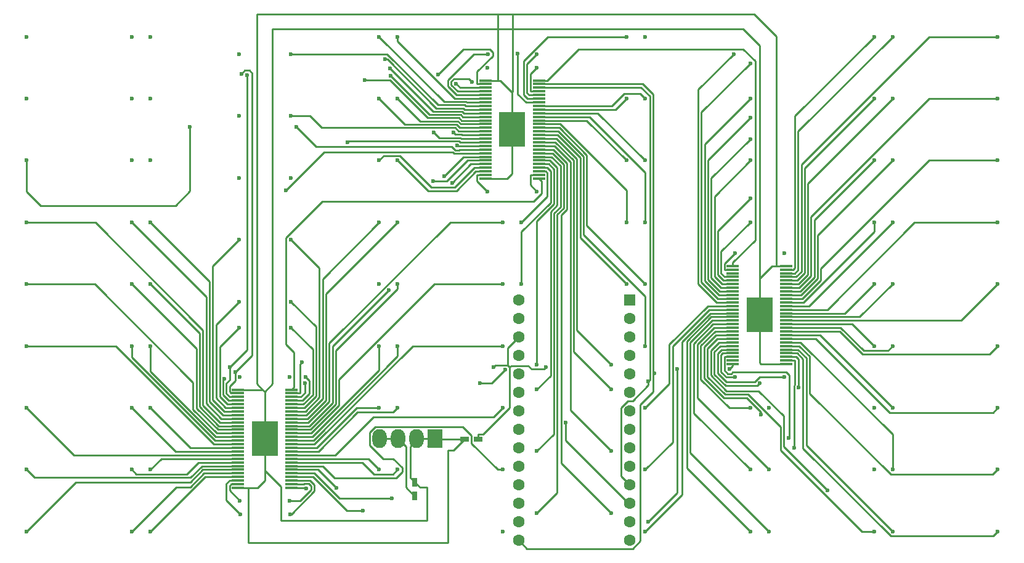
<source format=gbr>
G04 #@! TF.FileFunction,Copper,L2,Bot,Signal*
%FSLAX46Y46*%
G04 Gerber Fmt 4.6, Leading zero omitted, Abs format (unit mm)*
G04 Created by KiCad (PCBNEW 4.0.7-e1-6374~58~ubuntu16.04.1) date Wed Aug 30 16:43:39 2017*
%MOMM*%
%LPD*%
G01*
G04 APERTURE LIST*
%ADD10C,0.100000*%
%ADD11R,1.676400X0.304800*%
%ADD12R,3.610000X4.700001*%
%ADD13R,0.750000X1.200000*%
%ADD14R,1.200000X0.750000*%
%ADD15R,2.000000X2.600000*%
%ADD16O,2.000000X2.600000*%
%ADD17C,1.600000*%
%ADD18R,1.600000X1.600000*%
%ADD19C,0.600000*%
%ADD20C,0.250000*%
G04 APERTURE END LIST*
D10*
D11*
X71620300Y65699986D03*
X71620300Y65199988D03*
X71620300Y64699988D03*
X71620300Y64199990D03*
X71620300Y63699990D03*
X71620300Y63199991D03*
X71620300Y62699992D03*
X71620300Y62199994D03*
X71620300Y61699994D03*
X71620300Y61199996D03*
X71620300Y60699996D03*
X71620300Y60199997D03*
X71620300Y59699998D03*
X71620300Y59200000D03*
X71620300Y58700000D03*
X71620300Y58200002D03*
X71620300Y57700003D03*
X71620300Y57200004D03*
X71620300Y56700004D03*
X71620300Y56200006D03*
X71620300Y55700006D03*
X71620300Y55200008D03*
X71620300Y54700009D03*
X71620300Y54200010D03*
X71620300Y53700010D03*
X71620300Y53200012D03*
X71620300Y52700012D03*
X71620300Y52200014D03*
X64279700Y52200014D03*
X64279700Y52700012D03*
X64279700Y53200012D03*
X64279700Y53700010D03*
X64279700Y54200010D03*
X64279700Y54700009D03*
X64279700Y55200008D03*
X64279700Y55700006D03*
X64279700Y56200006D03*
X64279700Y56700004D03*
X64279700Y57200004D03*
X64279700Y57700003D03*
X64279700Y58200002D03*
X64279700Y58700000D03*
X64279700Y59200000D03*
X64279700Y59699998D03*
X64279700Y60199997D03*
X64279700Y60699996D03*
X64279700Y61199996D03*
X64279700Y61699994D03*
X64279700Y62199994D03*
X64279700Y62699992D03*
X64279700Y63199991D03*
X64279700Y63699990D03*
X64279700Y64199990D03*
X64279700Y64699988D03*
X64279700Y65199988D03*
X64279700Y65699986D03*
D12*
X67950000Y58950000D03*
D13*
X54578000Y8561000D03*
X54578000Y10461000D03*
D14*
X63275000Y16369000D03*
X61375000Y16369000D03*
D11*
X98279700Y26700014D03*
X98279700Y27200012D03*
X98279700Y27700012D03*
X98279700Y28200010D03*
X98279700Y28700010D03*
X98279700Y29200009D03*
X98279700Y29700008D03*
X98279700Y30200006D03*
X98279700Y30700006D03*
X98279700Y31200004D03*
X98279700Y31700004D03*
X98279700Y32200003D03*
X98279700Y32700002D03*
X98279700Y33200000D03*
X98279700Y33700000D03*
X98279700Y34199998D03*
X98279700Y34699997D03*
X98279700Y35199996D03*
X98279700Y35699996D03*
X98279700Y36199994D03*
X98279700Y36699994D03*
X98279700Y37199992D03*
X98279700Y37699991D03*
X98279700Y38199990D03*
X98279700Y38699990D03*
X98279700Y39199988D03*
X98279700Y39699988D03*
X98279700Y40199986D03*
X105620300Y40199986D03*
X105620300Y39699988D03*
X105620300Y39199988D03*
X105620300Y38699990D03*
X105620300Y38199990D03*
X105620300Y37699991D03*
X105620300Y37199992D03*
X105620300Y36699994D03*
X105620300Y36199994D03*
X105620300Y35699996D03*
X105620300Y35199996D03*
X105620300Y34699997D03*
X105620300Y34199998D03*
X105620300Y33700000D03*
X105620300Y33200000D03*
X105620300Y32700002D03*
X105620300Y32200003D03*
X105620300Y31700004D03*
X105620300Y31200004D03*
X105620300Y30700006D03*
X105620300Y30200006D03*
X105620300Y29700008D03*
X105620300Y29200009D03*
X105620300Y28700010D03*
X105620300Y28200010D03*
X105620300Y27700012D03*
X105620300Y27200012D03*
X105620300Y26700014D03*
D12*
X101950000Y33450000D03*
D11*
X37620300Y23199986D03*
X37620300Y22699988D03*
X37620300Y22199988D03*
X37620300Y21699990D03*
X37620300Y21199990D03*
X37620300Y20699991D03*
X37620300Y20199992D03*
X37620300Y19699994D03*
X37620300Y19199994D03*
X37620300Y18699996D03*
X37620300Y18199996D03*
X37620300Y17699997D03*
X37620300Y17199998D03*
X37620300Y16700000D03*
X37620300Y16200000D03*
X37620300Y15700002D03*
X37620300Y15200003D03*
X37620300Y14700004D03*
X37620300Y14200004D03*
X37620300Y13700006D03*
X37620300Y13200006D03*
X37620300Y12700008D03*
X37620300Y12200009D03*
X37620300Y11700010D03*
X37620300Y11200010D03*
X37620300Y10700012D03*
X37620300Y10200012D03*
X37620300Y9700014D03*
X30279700Y9700014D03*
X30279700Y10200012D03*
X30279700Y10700012D03*
X30279700Y11200010D03*
X30279700Y11700010D03*
X30279700Y12200009D03*
X30279700Y12700008D03*
X30279700Y13200006D03*
X30279700Y13700006D03*
X30279700Y14200004D03*
X30279700Y14700004D03*
X30279700Y15200003D03*
X30279700Y15700002D03*
X30279700Y16200000D03*
X30279700Y16700000D03*
X30279700Y17199998D03*
X30279700Y17699997D03*
X30279700Y18199996D03*
X30279700Y18699996D03*
X30279700Y19199994D03*
X30279700Y19699994D03*
X30279700Y20199992D03*
X30279700Y20699991D03*
X30279700Y21199990D03*
X30279700Y21699990D03*
X30279700Y22199988D03*
X30279700Y22699988D03*
X30279700Y23199986D03*
D12*
X33950000Y16450000D03*
D15*
X57325000Y16450000D03*
D16*
X54785000Y16450000D03*
X52245000Y16450000D03*
X49705000Y16450000D03*
D17*
X68830000Y2490000D03*
X84070000Y2490000D03*
X68830000Y5030000D03*
X68830000Y7570000D03*
X68830000Y10110000D03*
X68830000Y12650000D03*
X68830000Y15190000D03*
X68830000Y17730000D03*
X68830000Y20270000D03*
X68830000Y22810000D03*
X68830000Y25350000D03*
X68830000Y27890000D03*
X68830000Y30430000D03*
X68830000Y32970000D03*
X68830000Y35510000D03*
X84070000Y5030000D03*
X84070000Y7570000D03*
X84070000Y10110000D03*
X84070000Y12650000D03*
X84070000Y15190000D03*
X84070000Y17730000D03*
X84070000Y20270000D03*
X84070000Y22810000D03*
X84070000Y25350000D03*
X84070000Y27890000D03*
X84070000Y30430000D03*
X84070000Y32970000D03*
D18*
X84070000Y35510000D03*
D19*
X101950000Y33450000D03*
X101100000Y33450000D03*
X101950000Y34300000D03*
X101100000Y34300000D03*
X101950000Y32600000D03*
X101100000Y32600000D03*
X102800000Y32600000D03*
X102800000Y33450000D03*
X102800000Y34300000D03*
X67950000Y58100000D03*
X68800000Y58100000D03*
X67100000Y58100000D03*
X67100000Y58950000D03*
X67950000Y58950000D03*
X67950000Y59800000D03*
X67100000Y59800000D03*
X68800000Y59800000D03*
X68800000Y58950000D03*
X33950000Y17300000D03*
X34800000Y17300000D03*
X33100000Y17300000D03*
X34800000Y15600000D03*
X33100000Y15600000D03*
X33950000Y16450000D03*
X33950000Y15600000D03*
X33100000Y16450000D03*
X34800000Y16450000D03*
X29127100Y26274400D03*
X65405800Y26274400D03*
X60254700Y65275700D03*
X31543000Y66419800D03*
X72581700Y26298700D03*
X107292700Y23462600D03*
X1225000Y71700000D03*
X47727600Y65716800D03*
X1225000Y63200000D03*
X60378500Y56751000D03*
X23669500Y59300400D03*
X38283200Y59300400D03*
X1225000Y54700000D03*
X1225000Y46200000D03*
X1225000Y37700000D03*
X1225000Y29200000D03*
X1225000Y20700000D03*
X1225000Y12200000D03*
X1225000Y3700000D03*
X15675000Y71700000D03*
X51225000Y66376400D03*
X15675000Y63200000D03*
X45324600Y57233400D03*
X15675000Y54700000D03*
X36861300Y50584000D03*
X15675000Y46200000D03*
X15675000Y37700000D03*
X15675000Y29200000D03*
X15675000Y20700000D03*
X15675000Y12200000D03*
X15675000Y3700000D03*
X18225000Y71700000D03*
X51196700Y67337700D03*
X18225000Y63200000D03*
X57189400Y58545100D03*
X18225000Y54700000D03*
X58591600Y52520100D03*
X18225000Y46200000D03*
X18225000Y37700000D03*
X18225000Y29200000D03*
X18225000Y20700000D03*
X18225000Y12200000D03*
X18225000Y3700000D03*
X30448000Y69328000D03*
X50518300Y68629400D03*
X30448000Y60819000D03*
X59863900Y58566100D03*
X30448000Y52310000D03*
X57065600Y51850000D03*
X30448000Y43801000D03*
X30448000Y35292000D03*
X30448000Y31736000D03*
X30550000Y24950000D03*
X28403000Y24722900D03*
X30550000Y7950000D03*
X30575000Y6082000D03*
X37560000Y69328000D03*
X37560000Y60819000D03*
X37560000Y52310000D03*
X59726700Y51646600D03*
X37560000Y43801000D03*
X37560000Y35292000D03*
X37560000Y31736000D03*
X37350000Y24950000D03*
X39577200Y24948200D03*
X37350000Y7950000D03*
X37433000Y6082000D03*
X49675000Y71700000D03*
X49675000Y63200000D03*
X49675000Y54700000D03*
X49675000Y46200000D03*
X49675000Y37700000D03*
X51030300Y36918600D03*
X49675000Y29200000D03*
X49675000Y20700000D03*
X49675000Y12200000D03*
X47466000Y6590000D03*
X52225000Y71700000D03*
X52225000Y63200000D03*
X52225000Y54700000D03*
X52225000Y46200000D03*
X52225000Y37700000D03*
X52225000Y29200000D03*
X52225000Y20700000D03*
X52225000Y12200000D03*
X51403000Y8241000D03*
X64611000Y69328000D03*
X64550000Y67450000D03*
X62466000Y65455100D03*
X64550000Y50450000D03*
X66675000Y46200000D03*
X66675000Y37700000D03*
X66675000Y29200000D03*
X66675000Y20700000D03*
X66675000Y12200000D03*
X66675000Y3700000D03*
X43829700Y9657500D03*
X71342000Y69328000D03*
X71350000Y67450000D03*
X71350000Y50450000D03*
X69225000Y46200000D03*
X69225000Y37700000D03*
X71350000Y26650000D03*
X71350000Y23250000D03*
X71350000Y14750000D03*
X71350000Y6250000D03*
X83675000Y71700000D03*
X83675000Y63200000D03*
X83675000Y54700000D03*
X83675000Y46200000D03*
X83675000Y37700000D03*
X81550000Y26650000D03*
X81550000Y23250000D03*
X81550000Y14750000D03*
X81550000Y6250000D03*
X86225000Y71700000D03*
X68735400Y69383200D03*
X86225000Y63200000D03*
X86225000Y54700000D03*
X86225000Y46200000D03*
X86225000Y37700000D03*
X86225000Y29200000D03*
X86225000Y20700000D03*
X86225000Y12200000D03*
X86225000Y3700000D03*
X98393000Y69328000D03*
X100675000Y63200000D03*
X100675000Y54700000D03*
X100675000Y46200000D03*
X98550000Y41950000D03*
X98550000Y24950000D03*
X100675000Y20700000D03*
X100675000Y12200000D03*
X100675000Y3700000D03*
X100679000Y68058000D03*
X100679000Y60565000D03*
X100679000Y57644000D03*
X100679000Y49516000D03*
X105350000Y41950000D03*
X105350000Y24950000D03*
X103225000Y20700000D03*
X102175600Y19809200D03*
X103225000Y12200000D03*
X103225000Y3700000D03*
X117675000Y71700000D03*
X117675000Y63200000D03*
X117675000Y54700000D03*
X117675000Y46200000D03*
X117697000Y37705000D03*
X117675000Y29200000D03*
X117675000Y20700000D03*
X101986100Y24087900D03*
X117675000Y12200000D03*
X111318100Y9338500D03*
X117675000Y3700000D03*
X120225000Y71700000D03*
X120225000Y63200000D03*
X120225000Y54700000D03*
X120225000Y46200000D03*
X120225000Y37700000D03*
X120237000Y29196000D03*
X120225000Y20700000D03*
X120225000Y12200000D03*
X120225000Y3700000D03*
X134675000Y71700000D03*
X134675000Y63200000D03*
X134675000Y54700000D03*
X134675000Y46200000D03*
X134675000Y37700000D03*
X134675000Y29200000D03*
X134675000Y20700000D03*
X134675000Y12200000D03*
X134675000Y3700000D03*
X87485500Y25482900D03*
X39044300Y26949700D03*
X39644000Y9653300D03*
X97820200Y26015900D03*
X90636900Y26015900D03*
X86674000Y5069800D03*
X75338100Y18664400D03*
X29920500Y25634100D03*
X106667400Y15237200D03*
X57749300Y66472700D03*
X30726100Y66636600D03*
X86658300Y24345200D03*
X67000600Y25918600D03*
X63533800Y24087300D03*
X39481900Y24087300D03*
X105910800Y16551300D03*
D20*
X52245000Y16450000D02*
X49705000Y16450000D01*
X54578000Y8561000D02*
X54578000Y8528000D01*
X54578000Y8528000D02*
X54578000Y8495000D01*
X53330800Y15364200D02*
X52245000Y16450000D01*
X53330800Y9775200D02*
X53330800Y15364200D01*
X54578000Y8528000D02*
X53330800Y9775200D01*
X101187000Y74789000D02*
X68040000Y74789000D01*
X104235000Y71741000D02*
X101187000Y74789000D01*
X104235000Y40200000D02*
X104235000Y71741000D01*
X101950000Y38468000D02*
X101950000Y33450000D01*
X35020000Y72757000D02*
X66008000Y72757000D01*
X35020000Y23989000D02*
X35020000Y72757000D01*
X33950000Y22919000D02*
X35020000Y23989000D01*
X33950000Y22900000D02*
X33950000Y22919000D01*
X68040000Y74789000D02*
X66008000Y74789000D01*
X32861000Y74789000D02*
X66008000Y74789000D01*
X32861000Y23989000D02*
X32861000Y74789000D01*
X33650000Y23200000D02*
X32861000Y23989000D01*
X59851000Y14845000D02*
X61375000Y16369000D01*
X59150000Y14845000D02*
X59851000Y14845000D01*
X59150000Y2145000D02*
X59150000Y14845000D01*
X31718000Y2145000D02*
X59150000Y2145000D01*
X31718000Y9700000D02*
X31718000Y2145000D01*
X67950000Y52855000D02*
X67950000Y58950000D01*
X67295000Y52200000D02*
X67950000Y52855000D01*
X64279700Y52200000D02*
X67295000Y52200000D01*
X69564000Y60564000D02*
X67950000Y58950000D01*
X66262000Y60638000D02*
X67950000Y58950000D01*
X67950000Y59639000D02*
X67950000Y58950000D01*
X57406000Y16369000D02*
X57325000Y16450000D01*
X56356000Y15481000D02*
X57325000Y16450000D01*
X54578000Y10461000D02*
X54578000Y10577000D01*
X54785000Y16450000D02*
X57325000Y16450000D01*
X57406000Y16369000D02*
X57325000Y16450000D01*
X58195000Y15580000D02*
X57406000Y16369000D01*
X57406000Y16369000D02*
X57325000Y16450000D01*
X53943000Y11096000D02*
X54578000Y10461000D01*
X53943000Y15353000D02*
X53943000Y11096000D01*
X55040000Y16450000D02*
X53943000Y15353000D01*
X57325000Y16450000D02*
X55040000Y16450000D01*
X67950000Y59967000D02*
X67950000Y59639000D01*
X67950000Y59639000D02*
X67950000Y58950000D01*
X67950000Y59639000D02*
X67950000Y58950000D01*
X67950000Y59967000D02*
X67950000Y59639000D01*
X33950000Y22900000D02*
X33650000Y23200000D01*
X30279700Y23200000D02*
X33650000Y23200000D01*
X33650000Y23200000D02*
X33950000Y22900000D01*
X33950000Y22900000D02*
X33950000Y16450000D01*
X33950000Y16450000D02*
X33950000Y22900000D01*
X30279700Y9700000D02*
X31718000Y9700000D01*
X36163000Y9892000D02*
X33950000Y12105000D01*
X36163000Y5193000D02*
X36163000Y9892000D01*
X56229000Y5193000D02*
X36163000Y5193000D01*
X56229000Y9765000D02*
X56229000Y5193000D01*
X55274000Y9765000D02*
X56229000Y9765000D01*
X54578000Y10461000D02*
X55274000Y9765000D01*
X33950000Y12105000D02*
X33950000Y16450000D01*
X33950000Y10724000D02*
X33950000Y12105000D01*
X32926000Y9700000D02*
X33950000Y10724000D01*
X31718000Y9700000D02*
X32926000Y9700000D01*
X33950000Y12105000D02*
X33950000Y16450000D01*
X101950000Y33450000D02*
X101886000Y33450000D01*
X61563000Y16369000D02*
X61375000Y16369000D01*
X61375000Y16369000D02*
X57406000Y16369000D01*
X68040000Y74789000D02*
X68040000Y72757000D01*
X68040000Y64174000D02*
X67950000Y64084000D01*
X68040000Y72757000D02*
X68040000Y64174000D01*
X67950000Y64084000D02*
X67950000Y59967000D01*
X64279700Y65700000D02*
X66008000Y65700000D01*
X66334000Y65700000D02*
X67950000Y64084000D01*
X66008000Y65700000D02*
X66334000Y65700000D01*
X68040000Y72757000D02*
X66008000Y72757000D01*
X66008000Y65700000D02*
X66008000Y72757000D01*
X66008000Y72757000D02*
X66008000Y74789000D01*
X101950000Y70470000D02*
X101950000Y38468000D01*
X99663000Y72757000D02*
X101950000Y70470000D01*
X68040000Y72757000D02*
X99663000Y72757000D01*
X101950000Y38468000D02*
X101950000Y33450000D01*
X103682000Y40200000D02*
X101950000Y38468000D01*
X104235000Y40200000D02*
X103682000Y40200000D01*
X101950000Y26909000D02*
X101950000Y33450000D01*
X102159000Y26700000D02*
X101950000Y26909000D01*
X105620000Y26700000D02*
X102159000Y26700000D01*
X105620000Y26700000D02*
X105620300Y26700000D01*
X105620000Y40200000D02*
X104235000Y40200000D01*
X105620000Y40200000D02*
X105620300Y40200000D01*
X63275000Y16369000D02*
X63275000Y17069300D01*
X30279700Y22200000D02*
X29116200Y22200000D01*
X28665900Y22650300D02*
X29116200Y22200000D01*
X28665900Y24074300D02*
X28665900Y22650300D01*
X29127100Y24535500D02*
X28665900Y24074300D01*
X29127100Y26274400D02*
X29127100Y24535500D01*
X60830400Y64700000D02*
X60254700Y65275700D01*
X64279700Y64700000D02*
X60830400Y64700000D01*
X65675300Y26543900D02*
X65405800Y26274400D01*
X67356400Y26543900D02*
X65675300Y26543900D01*
X67356400Y28956400D02*
X67356400Y26543900D01*
X68830000Y30430000D02*
X67356400Y28956400D01*
X106964600Y27700000D02*
X105620300Y27700000D01*
X107292700Y27371900D02*
X106964600Y27700000D01*
X107292700Y23462600D02*
X107292700Y27371900D01*
X67356400Y26543900D02*
X67625900Y26274400D01*
X63975300Y17069300D02*
X63275000Y17069300D01*
X67625900Y20719900D02*
X63975300Y17069300D01*
X67625900Y26274400D02*
X67625900Y20719900D01*
X72307600Y26024600D02*
X72581700Y26298700D01*
X70609400Y26024600D02*
X72307600Y26024600D01*
X70154100Y26479900D02*
X70609400Y26024600D01*
X67831400Y26479900D02*
X70154100Y26479900D01*
X67625900Y26274400D02*
X67831400Y26479900D01*
X31543000Y28690300D02*
X29127100Y26274400D01*
X31543000Y66419800D02*
X31543000Y28690300D01*
X51145500Y65716800D02*
X47727600Y65716800D01*
X56320000Y60542300D02*
X51145500Y65716800D01*
X60682800Y60542300D02*
X56320000Y60542300D01*
X61025100Y60200000D02*
X60682800Y60542300D01*
X64279700Y60200000D02*
X61025100Y60200000D01*
X60429500Y56700000D02*
X64279700Y56700000D01*
X60378500Y56751000D02*
X60429500Y56700000D01*
X23669500Y50484500D02*
X23669500Y59300400D01*
X21685000Y48500000D02*
X23669500Y50484500D01*
X3143000Y48500000D02*
X21685000Y48500000D01*
X1225000Y50418000D02*
X3143000Y48500000D01*
X1225000Y54700000D02*
X1225000Y50418000D01*
X38283200Y59300400D02*
X40975600Y56608000D01*
X40975600Y56608000D02*
X59637200Y56608000D01*
X59637200Y56608000D02*
X60119500Y56125700D01*
X60119500Y56125700D02*
X60637600Y56125700D01*
X60637600Y56125700D02*
X60711900Y56200000D01*
X64279700Y56200000D02*
X60711900Y56200000D01*
X27794800Y18700000D02*
X30279700Y18700000D01*
X25460600Y21034200D02*
X27794800Y18700000D01*
X25460600Y31394200D02*
X25460600Y21034200D01*
X10654800Y46200000D02*
X25460600Y31394200D01*
X1225000Y46200000D02*
X10654800Y46200000D01*
X27384100Y17200000D02*
X30279700Y17200000D01*
X24109700Y20474400D02*
X27384100Y17200000D01*
X24109700Y24202400D02*
X24109700Y20474400D01*
X10612100Y37700000D02*
X24109700Y24202400D01*
X1225000Y37700000D02*
X10612100Y37700000D01*
X26973400Y15700000D02*
X30279700Y15700000D01*
X13473400Y29200000D02*
X26973400Y15700000D01*
X1225000Y29200000D02*
X13473400Y29200000D01*
X7725000Y14200000D02*
X30279700Y14200000D01*
X1225000Y20700000D02*
X7725000Y14200000D01*
X25311800Y12700000D02*
X30279700Y12700000D01*
X23713400Y11101600D02*
X25311800Y12700000D01*
X2323400Y11101600D02*
X23713400Y11101600D01*
X1225000Y12200000D02*
X2323400Y11101600D01*
X25448700Y12200000D02*
X30279700Y12200000D01*
X23734100Y10485400D02*
X25448700Y12200000D01*
X8010400Y10485400D02*
X23734100Y10485400D01*
X1225000Y3700000D02*
X8010400Y10485400D01*
X56608800Y60992600D02*
X51225000Y66376400D01*
X60869400Y60992600D02*
X56608800Y60992600D01*
X61162000Y60700000D02*
X60869400Y60992600D01*
X64279700Y60700000D02*
X61162000Y60700000D01*
X45467500Y57376300D02*
X45324600Y57233400D01*
X60637600Y57376300D02*
X45467500Y57376300D01*
X60813900Y57200000D02*
X60637600Y57376300D01*
X64279700Y57200000D02*
X60813900Y57200000D01*
X60848800Y55700000D02*
X64279700Y55700000D01*
X60824200Y55675400D02*
X60848800Y55700000D01*
X59932900Y55675400D02*
X60824200Y55675400D01*
X59790900Y55817400D02*
X59932900Y55675400D01*
X42094700Y55817400D02*
X59790900Y55817400D01*
X36861300Y50584000D02*
X42094700Y55817400D01*
X28005100Y19200000D02*
X30279700Y19200000D01*
X25910900Y21294200D02*
X28005100Y19200000D01*
X25910900Y35964100D02*
X25910900Y21294200D01*
X15675000Y46200000D02*
X25910900Y35964100D01*
X27521000Y17700000D02*
X30279700Y17700000D01*
X24560000Y20661000D02*
X27521000Y17700000D01*
X24560000Y28815000D02*
X24560000Y20661000D01*
X15675000Y37700000D02*
X24560000Y28815000D01*
X27110300Y16200000D02*
X30279700Y16200000D01*
X15675000Y27635300D02*
X27110300Y16200000D01*
X15675000Y29200000D02*
X15675000Y27635300D01*
X21675000Y14700000D02*
X30279700Y14700000D01*
X15675000Y20700000D02*
X21675000Y14700000D01*
X24856700Y13200000D02*
X30279700Y13200000D01*
X23227900Y11571200D02*
X24856700Y13200000D01*
X16303800Y11571200D02*
X23227900Y11571200D01*
X15675000Y12200000D02*
X16303800Y11571200D01*
X25585600Y11700000D02*
X30279700Y11700000D01*
X23695800Y9810200D02*
X25585600Y11700000D01*
X21785200Y9810200D02*
X23695800Y9810200D01*
X15675000Y3700000D02*
X21785200Y9810200D01*
X57091500Y61442900D02*
X51196700Y67337700D01*
X61056000Y61442900D02*
X57091500Y61442900D01*
X61298900Y61200000D02*
X61056000Y61442900D01*
X64279700Y61200000D02*
X61298900Y61200000D01*
X57907900Y57826600D02*
X57189400Y58545100D01*
X60824200Y57826600D02*
X57907900Y57826600D01*
X60950800Y57700000D02*
X60824200Y57826600D01*
X64279700Y57700000D02*
X60950800Y57700000D01*
X61271500Y55200000D02*
X64279700Y55200000D01*
X58591600Y52520100D02*
X61271500Y55200000D01*
X28206800Y19700000D02*
X30279700Y19700000D01*
X26361200Y21545600D02*
X28206800Y19700000D01*
X26361200Y38063800D02*
X26361200Y21545600D01*
X18225000Y46200000D02*
X26361200Y38063800D01*
X30279700Y18200000D02*
X29116200Y18200000D01*
X27657900Y18200000D02*
X29116200Y18200000D01*
X25010300Y20847600D02*
X27657900Y18200000D01*
X25010300Y30914700D02*
X25010300Y20847600D01*
X18225000Y37700000D02*
X25010300Y30914700D01*
X30279700Y16700000D02*
X29116200Y16700000D01*
X27247200Y16700000D02*
X29116200Y16700000D01*
X18225000Y25722200D02*
X27247200Y16700000D01*
X18225000Y29200000D02*
X18225000Y25722200D01*
X23725000Y15200000D02*
X30279700Y15200000D01*
X18225000Y20700000D02*
X23725000Y15200000D01*
X19725000Y13700000D02*
X30279700Y13700000D01*
X18225000Y12200000D02*
X19725000Y13700000D01*
X25725000Y11200000D02*
X30279700Y11200000D01*
X18225000Y3700000D02*
X25725000Y11200000D01*
X50789400Y68629400D02*
X50518300Y68629400D01*
X57525600Y61893200D02*
X50789400Y68629400D01*
X61242600Y61893200D02*
X57525600Y61893200D01*
X61435800Y61700000D02*
X61242600Y61893200D01*
X64279700Y61700000D02*
X61435800Y61700000D01*
X60153100Y58276900D02*
X59863900Y58566100D01*
X61010800Y58276900D02*
X60153100Y58276900D01*
X61087700Y58200000D02*
X61010800Y58276900D01*
X64279700Y58200000D02*
X61087700Y58200000D01*
X64279700Y54700000D02*
X63116200Y54700000D01*
X58967800Y51850000D02*
X57065600Y51850000D01*
X61817800Y54700000D02*
X58967800Y51850000D01*
X63116200Y54700000D02*
X61817800Y54700000D01*
X28404200Y20200000D02*
X30279700Y20200000D01*
X26811500Y21792700D02*
X28404200Y20200000D01*
X26811500Y40164500D02*
X26811500Y21792700D01*
X30448000Y43801000D02*
X26811500Y40164500D01*
X30279700Y20700000D02*
X29116200Y20700000D01*
X28593500Y20700000D02*
X29116200Y20700000D01*
X27261800Y22031700D02*
X28593500Y20700000D01*
X27261800Y32105800D02*
X27261800Y22031700D01*
X30448000Y35292000D02*
X27261800Y32105800D01*
X30279700Y21200000D02*
X29116200Y21200000D01*
X28802700Y21200000D02*
X29116200Y21200000D01*
X27765000Y22237700D02*
X28802700Y21200000D01*
X27765000Y29053000D02*
X27765000Y22237700D01*
X30448000Y31736000D02*
X27765000Y29053000D01*
X28963400Y21700000D02*
X30279700Y21700000D01*
X28215600Y22447800D02*
X28963400Y21700000D01*
X28215600Y24535500D02*
X28215600Y22447800D01*
X28403000Y24722900D02*
X28215600Y24535500D01*
X29329000Y10200000D02*
X30279700Y10200000D01*
X29116200Y9987200D02*
X29329000Y10200000D01*
X29116200Y9383800D02*
X29116200Y9987200D01*
X30550000Y7950000D02*
X29116200Y9383800D01*
X30279700Y10700000D02*
X29116200Y10700000D01*
X28665900Y7991100D02*
X30575000Y6082000D01*
X28665900Y10249700D02*
X28665900Y7991100D01*
X29116200Y10700000D02*
X28665900Y10249700D01*
X50750100Y69328000D02*
X37560000Y69328000D01*
X57734600Y62343500D02*
X50750100Y69328000D01*
X61429200Y62343500D02*
X57734600Y62343500D01*
X61572700Y62200000D02*
X61429200Y62343500D01*
X64279700Y62200000D02*
X61572700Y62200000D01*
X40122400Y60819000D02*
X37560000Y60819000D01*
X41750000Y59191400D02*
X40122400Y60819000D01*
X60123000Y59191400D02*
X41750000Y59191400D01*
X60587200Y58727200D02*
X60123000Y59191400D01*
X61197400Y58727200D02*
X60587200Y58727200D01*
X61224600Y58700000D02*
X61197400Y58727200D01*
X64279700Y58700000D02*
X61224600Y58700000D01*
X62280100Y54200000D02*
X64279700Y54200000D01*
X59726700Y51646600D02*
X62280100Y54200000D01*
X41459200Y39901800D02*
X37560000Y43801000D01*
X41459200Y22122200D02*
X41459200Y39901800D01*
X39537000Y20200000D02*
X41459200Y22122200D01*
X37620300Y20200000D02*
X39537000Y20200000D01*
X41008900Y31843100D02*
X37560000Y35292000D01*
X41008900Y22308800D02*
X41008900Y31843100D01*
X39400100Y20700000D02*
X41008900Y22308800D01*
X37620300Y20700000D02*
X39400100Y20700000D01*
X40558600Y28737400D02*
X37560000Y31736000D01*
X40558600Y22495400D02*
X40558600Y28737400D01*
X39263200Y21200000D02*
X40558600Y22495400D01*
X38783800Y21200000D02*
X39263200Y21200000D01*
X37620300Y21200000D02*
X38783800Y21200000D01*
X39126300Y21700000D02*
X37620300Y21700000D01*
X40108300Y22682000D02*
X39126300Y21700000D01*
X40108300Y24417100D02*
X40108300Y22682000D01*
X39577200Y24948200D02*
X40108300Y24417100D01*
X38842600Y7950000D02*
X37350000Y7950000D01*
X40311300Y9418700D02*
X38842600Y7950000D01*
X40311300Y9928800D02*
X40311300Y9418700D01*
X39961400Y10278700D02*
X40311300Y9928800D01*
X39381400Y10278700D02*
X39961400Y10278700D01*
X39302700Y10200000D02*
X39381400Y10278700D01*
X37620300Y10200000D02*
X39302700Y10200000D01*
X39107600Y10700000D02*
X37620300Y10700000D01*
X39136600Y10729000D02*
X39107600Y10700000D01*
X40148600Y10729000D02*
X39136600Y10729000D01*
X40787000Y10090600D02*
X40148600Y10729000D01*
X40787000Y9242500D02*
X40787000Y10090600D01*
X37626500Y6082000D02*
X40787000Y9242500D01*
X37433000Y6082000D02*
X37626500Y6082000D01*
X58581200Y62793800D02*
X49675000Y71700000D01*
X61615800Y62793800D02*
X58581200Y62793800D01*
X61709600Y62700000D02*
X61615800Y62793800D01*
X64279700Y62700000D02*
X61709600Y62700000D01*
X64279700Y59200000D02*
X63116200Y59200000D01*
X53233300Y59641700D02*
X49675000Y63200000D01*
X60309600Y59641700D02*
X53233300Y59641700D01*
X60751300Y59200000D02*
X60309600Y59641700D01*
X63116200Y59200000D02*
X60751300Y59200000D01*
X62753100Y53700000D02*
X64279700Y53700000D01*
X60039800Y50986700D02*
X62753100Y53700000D01*
X56855500Y50986700D02*
X60039800Y50986700D01*
X52479900Y55362300D02*
X56855500Y50986700D01*
X50337300Y55362300D02*
X52479900Y55362300D01*
X49675000Y54700000D02*
X50337300Y55362300D01*
X41909500Y38434500D02*
X49675000Y46200000D01*
X41909500Y21935600D02*
X41909500Y38434500D01*
X39673900Y19700000D02*
X41909500Y21935600D01*
X37620300Y19700000D02*
X39673900Y19700000D01*
X43260400Y29148700D02*
X51030300Y36918600D01*
X43260400Y21375800D02*
X43260400Y29148700D01*
X40084600Y18200000D02*
X43260400Y21375800D01*
X37620300Y18200000D02*
X40084600Y18200000D01*
X37620300Y16700000D02*
X38783800Y16700000D01*
X49675000Y25879700D02*
X49675000Y29200000D01*
X40495300Y16700000D02*
X49675000Y25879700D01*
X38783800Y16700000D02*
X40495300Y16700000D01*
X41107400Y15200000D02*
X37620300Y15200000D01*
X46607400Y20700000D02*
X41107400Y15200000D01*
X49675000Y20700000D02*
X46607400Y20700000D01*
X48175000Y13700000D02*
X37620300Y13700000D01*
X49675000Y12200000D02*
X48175000Y13700000D01*
X40606700Y11200000D02*
X37620300Y11200000D01*
X45216700Y6590000D02*
X40606700Y11200000D01*
X47466000Y6590000D02*
X45216700Y6590000D01*
X61846500Y63200000D02*
X64279700Y63200000D01*
X61802400Y63244100D02*
X61846500Y63200000D01*
X60044000Y63244100D02*
X61802400Y63244100D01*
X52225000Y71063100D02*
X60044000Y63244100D01*
X52225000Y71700000D02*
X52225000Y71063100D01*
X55333000Y60092000D02*
X52225000Y63200000D01*
X60496200Y60092000D02*
X55333000Y60092000D01*
X60888200Y59700000D02*
X60496200Y60092000D01*
X64279700Y59700000D02*
X60888200Y59700000D01*
X62934400Y53200000D02*
X64279700Y53200000D01*
X60269300Y50534900D02*
X62934400Y53200000D01*
X56390100Y50534900D02*
X60269300Y50534900D01*
X52225000Y54700000D02*
X56390100Y50534900D01*
X37620300Y19200000D02*
X38783800Y19200000D01*
X42359800Y36334800D02*
X52225000Y46200000D01*
X42359800Y21749000D02*
X42359800Y36334800D01*
X39810800Y19200000D02*
X42359800Y21749000D01*
X38783800Y19200000D02*
X39810800Y19200000D01*
X37620300Y17700000D02*
X38783800Y17700000D01*
X52225000Y37063100D02*
X52225000Y37700000D01*
X43710700Y28548800D02*
X52225000Y37063100D01*
X43710700Y21189200D02*
X43710700Y28548800D01*
X40221500Y17700000D02*
X43710700Y21189200D01*
X38783800Y17700000D02*
X40221500Y17700000D01*
X52225000Y27792800D02*
X52225000Y29200000D01*
X40632200Y16200000D02*
X52225000Y27792800D01*
X37620300Y16200000D02*
X40632200Y16200000D01*
X51599600Y20074600D02*
X52225000Y20700000D01*
X46699700Y20074600D02*
X51599600Y20074600D01*
X41325100Y14700000D02*
X46699700Y20074600D01*
X37620300Y14700000D02*
X41325100Y14700000D01*
X47323500Y13200000D02*
X37620300Y13200000D01*
X48965700Y11557800D02*
X47323500Y13200000D01*
X51582800Y11557800D02*
X48965700Y11557800D01*
X52225000Y12200000D02*
X51582800Y11557800D01*
X40743600Y11700000D02*
X37620300Y11700000D01*
X44202600Y8241000D02*
X40743600Y11700000D01*
X51403000Y8241000D02*
X44202600Y8241000D01*
X60304800Y63700000D02*
X64279700Y63700000D01*
X59133200Y64871600D02*
X60304800Y63700000D01*
X59133200Y65745400D02*
X59133200Y64871600D01*
X62715700Y69327900D02*
X59133200Y65745400D01*
X64611000Y69327900D02*
X62715700Y69327900D01*
X64611000Y69328000D02*
X64611000Y69327900D01*
X61981500Y65939600D02*
X62466000Y65455100D01*
X59964300Y65939600D02*
X61981500Y65939600D01*
X59583500Y65558800D02*
X59964300Y65939600D01*
X59583500Y65058200D02*
X59583500Y65558800D01*
X60441700Y64200000D02*
X59583500Y65058200D01*
X64279700Y64200000D02*
X60441700Y64200000D01*
X63116200Y51883800D02*
X63116200Y52700000D01*
X64550000Y50450000D02*
X63116200Y51883800D01*
X64279700Y52700000D02*
X63116200Y52700000D01*
X59427400Y46200000D02*
X66675000Y46200000D01*
X42810100Y29582700D02*
X59427400Y46200000D01*
X42810100Y21562400D02*
X42810100Y29582700D01*
X39947700Y18700000D02*
X42810100Y21562400D01*
X37620300Y18700000D02*
X39947700Y18700000D01*
X57246300Y37700000D02*
X66675000Y37700000D01*
X44161000Y24614700D02*
X57246300Y37700000D01*
X44161000Y21002600D02*
X44161000Y24614700D01*
X40358400Y17200000D02*
X44161000Y21002600D01*
X37620300Y17200000D02*
X40358400Y17200000D01*
X54287900Y29200000D02*
X66675000Y29200000D01*
X40787900Y15700000D02*
X54287900Y29200000D01*
X37620300Y15700000D02*
X40787900Y15700000D01*
X65419000Y19444000D02*
X66675000Y20700000D01*
X48875600Y19444000D02*
X65419000Y19444000D01*
X43631600Y14200000D02*
X48875600Y19444000D01*
X37620300Y14200000D02*
X43631600Y14200000D01*
X41971300Y12700000D02*
X37620300Y12700000D01*
X43578000Y11093300D02*
X41971300Y12700000D01*
X52055100Y11093300D02*
X43578000Y11093300D01*
X52865400Y11903600D02*
X52055100Y11093300D01*
X52865400Y12451900D02*
X52865400Y11903600D01*
X51609400Y13707900D02*
X52865400Y12451900D01*
X50225700Y13707900D02*
X51609400Y13707900D01*
X48375200Y15558400D02*
X50225700Y13707900D01*
X48375200Y17352300D02*
X48375200Y15558400D01*
X49113500Y18090600D02*
X48375200Y17352300D01*
X61137800Y18090600D02*
X49113500Y18090600D01*
X62349600Y16878800D02*
X61137800Y18090600D01*
X62349600Y15830500D02*
X62349600Y16878800D01*
X65980100Y12200000D02*
X62349600Y15830500D01*
X66675000Y12200000D02*
X65980100Y12200000D01*
X41287200Y12200000D02*
X37620300Y12200000D01*
X43829700Y9657500D02*
X41287200Y12200000D01*
X70275100Y63700000D02*
X71620300Y63700000D01*
X69970900Y64004200D02*
X70275100Y63700000D01*
X69970900Y67956900D02*
X69970900Y64004200D01*
X71342000Y69328000D02*
X69970900Y67956900D01*
X70456800Y66556800D02*
X70456800Y64200000D01*
X71350000Y67450000D02*
X70456800Y66556800D01*
X71620300Y64200000D02*
X70456800Y64200000D01*
X70456800Y51343200D02*
X70456800Y52700000D01*
X71350000Y50450000D02*
X70456800Y51343200D01*
X71620300Y52700000D02*
X70456800Y52700000D01*
X72571000Y53200000D02*
X71620300Y53200000D01*
X72783800Y52987200D02*
X72571000Y53200000D01*
X72783800Y49758800D02*
X72783800Y52987200D01*
X69225000Y46200000D02*
X72783800Y49758800D01*
X71620300Y53700000D02*
X72783800Y53700000D01*
X73234100Y53249700D02*
X72783800Y53700000D01*
X73234100Y48907500D02*
X73234100Y53249700D01*
X69225000Y44898400D02*
X73234100Y48907500D01*
X69225000Y37700000D02*
X69225000Y44898400D01*
X72991400Y54200000D02*
X71620300Y54200000D01*
X73684400Y53507000D02*
X72991400Y54200000D01*
X73684400Y48720900D02*
X73684400Y53507000D01*
X71350000Y46386500D02*
X73684400Y48720900D01*
X71350000Y26650000D02*
X71350000Y46386500D01*
X73128300Y54700000D02*
X71620300Y54700000D01*
X74134700Y53693600D02*
X73128300Y54700000D01*
X74134700Y48534300D02*
X74134700Y53693600D01*
X73234100Y47633700D02*
X74134700Y48534300D01*
X73234100Y25134100D02*
X73234100Y47633700D01*
X71350000Y23250000D02*
X73234100Y25134100D01*
X71620300Y55200000D02*
X72783800Y55200000D01*
X73344800Y55200000D02*
X72783800Y55200000D01*
X74585000Y53959800D02*
X73344800Y55200000D01*
X74585000Y48347700D02*
X74585000Y53959800D01*
X73684400Y47447100D02*
X74585000Y48347700D01*
X73684400Y17084400D02*
X73684400Y47447100D01*
X71350000Y14750000D02*
X73684400Y17084400D01*
X73481700Y55700000D02*
X71620300Y55700000D01*
X75035300Y54146400D02*
X73481700Y55700000D01*
X75035300Y48161100D02*
X75035300Y54146400D01*
X74134700Y47260500D02*
X75035300Y48161100D01*
X74134700Y9034700D02*
X74134700Y47260500D01*
X71350000Y6250000D02*
X74134700Y9034700D01*
X72803900Y71700000D02*
X83675000Y71700000D01*
X69503500Y68399600D02*
X72803900Y71700000D01*
X69503500Y63757300D02*
X69503500Y68399600D01*
X70060800Y63200000D02*
X69503500Y63757300D01*
X71620300Y63200000D02*
X70060800Y63200000D01*
X82175000Y61700000D02*
X71620300Y61700000D01*
X83675000Y63200000D02*
X82175000Y61700000D01*
X78175000Y60200000D02*
X71620300Y60200000D01*
X83675000Y54700000D02*
X78175000Y60200000D01*
X74576900Y59700000D02*
X71620300Y59700000D01*
X83675000Y50601900D02*
X74576900Y59700000D01*
X83675000Y46200000D02*
X83675000Y50601900D01*
X74166200Y58200000D02*
X71620300Y58200000D01*
X77286800Y55079400D02*
X74166200Y58200000D01*
X77286800Y44088200D02*
X77286800Y55079400D01*
X83675000Y37700000D02*
X77286800Y44088200D01*
X74029300Y57700000D02*
X71620300Y57700000D01*
X76836500Y54892800D02*
X74029300Y57700000D01*
X76836500Y31363500D02*
X76836500Y54892800D01*
X81550000Y26650000D02*
X76836500Y31363500D01*
X73892400Y57200000D02*
X71620300Y57200000D01*
X76386200Y54706200D02*
X73892400Y57200000D01*
X76386200Y28413800D02*
X76386200Y54706200D01*
X81550000Y23250000D02*
X76386200Y28413800D01*
X73755500Y56700000D02*
X71620300Y56700000D01*
X75935900Y54519600D02*
X73755500Y56700000D01*
X75935900Y20364100D02*
X75935900Y54519600D01*
X81550000Y14750000D02*
X75935900Y20364100D01*
X71620300Y56200000D02*
X72783800Y56200000D01*
X73618600Y56200000D02*
X72783800Y56200000D01*
X75485600Y54333000D02*
X73618600Y56200000D01*
X75485600Y47974500D02*
X75485600Y54333000D01*
X74697600Y47186500D02*
X75485600Y47974500D01*
X74697600Y13102400D02*
X74697600Y47186500D01*
X81550000Y6250000D02*
X74697600Y13102400D01*
X68735400Y63822200D02*
X68735400Y69383200D01*
X69857600Y62700000D02*
X68735400Y63822200D01*
X71620300Y62700000D02*
X69857600Y62700000D01*
X85568400Y63856600D02*
X86225000Y63200000D01*
X83306100Y63856600D02*
X85568400Y63856600D01*
X81649500Y62200000D02*
X83306100Y63856600D01*
X71620300Y62200000D02*
X81649500Y62200000D01*
X79725000Y61200000D02*
X71620300Y61200000D01*
X86225000Y54700000D02*
X79725000Y61200000D01*
X86225000Y53053600D02*
X86225000Y46200000D01*
X78578600Y60700000D02*
X86225000Y53053600D01*
X71620300Y60700000D02*
X78578600Y60700000D01*
X71620300Y59200000D02*
X72783800Y59200000D01*
X74440000Y59200000D02*
X72783800Y59200000D01*
X78187400Y55452600D02*
X74440000Y59200000D01*
X78187400Y45737600D02*
X78187400Y55452600D01*
X86225000Y37700000D02*
X78187400Y45737600D01*
X74303100Y58700000D02*
X71620300Y58700000D01*
X77737100Y55266000D02*
X74303100Y58700000D01*
X77737100Y44532900D02*
X77737100Y55266000D01*
X86225000Y36045000D02*
X77737100Y44532900D01*
X86225000Y29200000D02*
X86225000Y36045000D01*
X89561300Y24036300D02*
X86225000Y20700000D01*
X89561300Y29431300D02*
X89561300Y24036300D01*
X94830000Y34700000D02*
X89561300Y29431300D01*
X98279700Y34700000D02*
X94830000Y34700000D01*
X90011600Y15986600D02*
X86225000Y12200000D01*
X90011600Y29199100D02*
X90011600Y15986600D01*
X95012500Y34200000D02*
X90011600Y29199100D01*
X98279700Y34200000D02*
X95012500Y34200000D01*
X91262300Y8737300D02*
X86225000Y3700000D01*
X91262300Y29804800D02*
X91262300Y8737300D01*
X95157500Y33700000D02*
X91262300Y29804800D01*
X98279700Y33700000D02*
X95157500Y33700000D01*
X96027800Y35200000D02*
X98279700Y35200000D01*
X93508200Y37719600D02*
X96027800Y35200000D01*
X93508200Y64443200D02*
X93508200Y37719600D01*
X98393000Y69328000D02*
X93508200Y64443200D01*
X96342400Y36200000D02*
X98279700Y36200000D01*
X94408800Y38133600D02*
X96342400Y36200000D01*
X94408800Y56933800D02*
X94408800Y38133600D01*
X100675000Y63200000D02*
X94408800Y56933800D01*
X98279700Y37700000D02*
X97116200Y37700000D01*
X96797800Y37700000D02*
X97116200Y37700000D01*
X95759700Y38738100D02*
X96797800Y37700000D01*
X95759700Y49784700D02*
X95759700Y38738100D01*
X100675000Y54700000D02*
X95759700Y49784700D01*
X96664700Y39151500D02*
X97116200Y38700000D01*
X96664700Y42189700D02*
X96664700Y39151500D01*
X100675000Y46200000D02*
X96664700Y42189700D01*
X98279700Y38700000D02*
X97116200Y38700000D01*
X97116200Y40516200D02*
X97116200Y39700000D01*
X98550000Y41950000D02*
X97116200Y40516200D01*
X98279700Y39700000D02*
X97116200Y39700000D01*
X98540300Y24940300D02*
X98550000Y24950000D01*
X97374600Y24940300D02*
X98540300Y24940300D01*
X96665900Y25649000D02*
X97374600Y24940300D01*
X96665900Y27963700D02*
X96665900Y25649000D01*
X96902200Y28200000D02*
X96665900Y27963700D01*
X98279700Y28200000D02*
X96902200Y28200000D01*
X97793500Y20700000D02*
X100675000Y20700000D01*
X93877600Y24615900D02*
X97793500Y20700000D01*
X93877600Y29235600D02*
X93877600Y24615900D01*
X95842000Y31200000D02*
X93877600Y29235600D01*
X98279700Y31200000D02*
X95842000Y31200000D01*
X92890200Y19984800D02*
X100675000Y12200000D01*
X92890200Y29522000D02*
X92890200Y19984800D01*
X95568200Y32200000D02*
X92890200Y29522000D01*
X98279700Y32200000D02*
X95568200Y32200000D01*
X91936500Y12438500D02*
X100675000Y3700000D01*
X91936500Y29842100D02*
X91936500Y12438500D01*
X95294400Y33200000D02*
X91936500Y29842100D01*
X98279700Y33200000D02*
X95294400Y33200000D01*
X98279700Y35700000D02*
X97116200Y35700000D01*
X96205500Y35700000D02*
X97116200Y35700000D01*
X93958500Y37947000D02*
X96205500Y35700000D01*
X93958500Y61337500D02*
X93958500Y37947000D01*
X100679000Y68058000D02*
X93958500Y61337500D01*
X96491400Y36700000D02*
X98279700Y36700000D01*
X94859100Y38332300D02*
X96491400Y36700000D01*
X94859100Y54745100D02*
X94859100Y38332300D01*
X100679000Y60565000D02*
X94859100Y54745100D01*
X98279700Y37200000D02*
X97116200Y37200000D01*
X96649700Y37200000D02*
X97116200Y37200000D01*
X95309400Y38540300D02*
X96649700Y37200000D01*
X95309400Y52274400D02*
X95309400Y38540300D01*
X100679000Y57644000D02*
X95309400Y52274400D01*
X96978900Y38200000D02*
X98279700Y38200000D01*
X96210000Y38968900D02*
X96978900Y38200000D01*
X96210000Y45047000D02*
X96210000Y38968900D01*
X100679000Y49516000D02*
X96210000Y45047000D01*
X98279700Y28700000D02*
X97116200Y28700000D01*
X101931300Y24950000D02*
X105350000Y24950000D01*
X101263600Y24282300D02*
X101931300Y24950000D01*
X97395700Y24282300D02*
X101263600Y24282300D01*
X96195100Y25482900D02*
X97395700Y24282300D01*
X96195100Y28147500D02*
X96195100Y25482900D01*
X96747600Y28700000D02*
X96195100Y28147500D01*
X97116200Y28700000D02*
X96747600Y28700000D01*
X102175600Y20085700D02*
X102175600Y19809200D01*
X100169400Y22091900D02*
X102175600Y20085700D01*
X97038500Y22091900D02*
X100169400Y22091900D01*
X94332000Y24798400D02*
X97038500Y22091900D01*
X94332000Y29053100D02*
X94332000Y24798400D01*
X95978900Y30700000D02*
X94332000Y29053100D01*
X98279700Y30700000D02*
X95978900Y30700000D01*
X98279700Y31700000D02*
X97116200Y31700000D01*
X93393700Y22031300D02*
X103225000Y12200000D01*
X93393700Y29388600D02*
X93393700Y22031300D01*
X95705100Y31700000D02*
X93393700Y29388600D01*
X97116200Y31700000D02*
X95705100Y31700000D01*
X98279700Y32700000D02*
X97116200Y32700000D01*
X92418200Y14506800D02*
X103225000Y3700000D01*
X92418200Y29686900D02*
X92418200Y14506800D01*
X95431300Y32700000D02*
X92418200Y29686900D01*
X97116200Y32700000D02*
X95431300Y32700000D01*
X106571000Y39700000D02*
X105620300Y39700000D01*
X106783800Y39912800D02*
X106571000Y39700000D01*
X106783800Y60808800D02*
X106783800Y39912800D01*
X117675000Y71700000D02*
X106783800Y60808800D01*
X108134700Y53659700D02*
X117675000Y63200000D01*
X108134700Y39210100D02*
X108134700Y53659700D01*
X107124600Y38200000D02*
X108134700Y39210100D01*
X105620300Y38200000D02*
X107124600Y38200000D01*
X109485600Y46510600D02*
X117675000Y54700000D01*
X109485600Y38640500D02*
X109485600Y46510600D01*
X107545100Y36700000D02*
X109485600Y38640500D01*
X105620300Y36700000D02*
X107545100Y36700000D01*
X105620300Y35200000D02*
X106783800Y35200000D01*
X117675000Y44919200D02*
X117675000Y46200000D01*
X107955800Y35200000D02*
X117675000Y44919200D01*
X106783800Y35200000D02*
X107955800Y35200000D01*
X113692000Y33700000D02*
X105620300Y33700000D01*
X117697000Y37705000D02*
X113692000Y33700000D01*
X114675000Y32200000D02*
X105620300Y32200000D01*
X117675000Y29200000D02*
X114675000Y32200000D01*
X101663600Y23765400D02*
X101986100Y24087900D01*
X97275700Y23765400D02*
X101663600Y23765400D01*
X95738900Y25302200D02*
X97275700Y23765400D01*
X95738900Y28431200D02*
X95738900Y25302200D01*
X96507700Y29200000D02*
X95738900Y28431200D01*
X98279700Y29200000D02*
X96507700Y29200000D01*
X98279700Y29700000D02*
X97116200Y29700000D01*
X105254200Y15402400D02*
X111318100Y9338500D01*
X105254200Y19569400D02*
X105254200Y15402400D01*
X101831100Y22992500D02*
X105254200Y19569400D01*
X97411700Y22992500D02*
X101831100Y22992500D01*
X95238700Y25165500D02*
X97411700Y22992500D01*
X95238700Y28578100D02*
X95238700Y25165500D01*
X96360600Y29700000D02*
X95238700Y28578100D01*
X97116200Y29700000D02*
X96360600Y29700000D01*
X98279700Y30200000D02*
X97116200Y30200000D01*
X116004700Y3700000D02*
X117675000Y3700000D01*
X104803900Y14900800D02*
X116004700Y3700000D01*
X104803900Y18094300D02*
X104803900Y14900800D01*
X100356000Y22542200D02*
X104803900Y18094300D01*
X97225100Y22542200D02*
X100356000Y22542200D01*
X94786600Y24980700D02*
X97225100Y22542200D01*
X94786600Y28870800D02*
X94786600Y24980700D01*
X96115800Y30200000D02*
X94786600Y28870800D01*
X97116200Y30200000D02*
X96115800Y30200000D01*
X105620300Y39200000D02*
X106783800Y39200000D01*
X107234100Y58709100D02*
X120225000Y71700000D01*
X107234100Y39650300D02*
X107234100Y58709100D01*
X106783800Y39200000D02*
X107234100Y39650300D01*
X105620300Y37700000D02*
X106783800Y37700000D01*
X108585000Y51560000D02*
X120225000Y63200000D01*
X108585000Y39023500D02*
X108585000Y51560000D01*
X107261500Y37700000D02*
X108585000Y39023500D01*
X106783800Y37700000D02*
X107261500Y37700000D01*
X109935900Y44410900D02*
X120225000Y54700000D01*
X109935900Y38453900D02*
X109935900Y44410900D01*
X107682000Y36200000D02*
X109935900Y38453900D01*
X105620300Y36200000D02*
X107682000Y36200000D01*
X108725000Y34700000D02*
X105620300Y34700000D01*
X120225000Y46200000D02*
X108725000Y34700000D01*
X115725000Y33200000D02*
X105620300Y33200000D01*
X120225000Y37700000D02*
X115725000Y33200000D01*
X119593800Y28552800D02*
X120237000Y29196000D01*
X116245300Y28552800D02*
X119593800Y28552800D01*
X113098100Y31700000D02*
X116245300Y28552800D01*
X105620300Y31700000D02*
X113098100Y31700000D01*
X110225000Y30700000D02*
X105620300Y30700000D01*
X120225000Y20700000D02*
X110225000Y30700000D01*
X105620300Y29700000D02*
X106783800Y29700000D01*
X107560400Y29700000D02*
X106783800Y29700000D01*
X120225000Y17035400D02*
X107560400Y29700000D01*
X120225000Y12200000D02*
X120225000Y17035400D01*
X105620300Y28700000D02*
X106783800Y28700000D01*
X107244100Y28700000D02*
X106783800Y28700000D01*
X108368300Y27575800D02*
X107244100Y28700000D01*
X108368300Y15556700D02*
X108368300Y27575800D01*
X120225000Y3700000D02*
X108368300Y15556700D01*
X106987700Y38700000D02*
X105620300Y38700000D01*
X107684400Y39396700D02*
X106987700Y38700000D01*
X107684400Y54139200D02*
X107684400Y39396700D01*
X125245200Y71700000D02*
X107684400Y54139200D01*
X134675000Y71700000D02*
X125245200Y71700000D01*
X107408200Y37200000D02*
X105620300Y37200000D01*
X109035300Y38827100D02*
X107408200Y37200000D01*
X109035300Y46990100D02*
X109035300Y38827100D01*
X125245200Y63200000D02*
X109035300Y46990100D01*
X134675000Y63200000D02*
X125245200Y63200000D01*
X105620300Y35700000D02*
X106783800Y35700000D01*
X125283800Y54700000D02*
X134675000Y54700000D01*
X110386200Y39802400D02*
X125283800Y54700000D01*
X110386200Y38267300D02*
X110386200Y39802400D01*
X107818900Y35700000D02*
X110386200Y38267300D01*
X106783800Y35700000D02*
X107818900Y35700000D01*
X123250500Y46200000D02*
X134675000Y46200000D01*
X111250500Y34200000D02*
X123250500Y46200000D01*
X105620300Y34200000D02*
X111250500Y34200000D01*
X129675000Y32700000D02*
X105620300Y32700000D01*
X134675000Y37700000D02*
X129675000Y32700000D01*
X133521200Y28046200D02*
X134675000Y29200000D01*
X116114900Y28046200D02*
X133521200Y28046200D01*
X112961100Y31200000D02*
X116114900Y28046200D01*
X105620300Y31200000D02*
X112961100Y31200000D01*
X134018400Y20043400D02*
X134675000Y20700000D01*
X119856100Y20043400D02*
X134018400Y20043400D01*
X109699500Y30200000D02*
X119856100Y20043400D01*
X105620300Y30200000D02*
X109699500Y30200000D01*
X107395500Y29200000D02*
X105620300Y29200000D01*
X108818700Y27776800D02*
X107395500Y29200000D01*
X108818700Y22673500D02*
X108818700Y27776800D01*
X119960000Y11532200D02*
X108818700Y22673500D01*
X134007200Y11532200D02*
X119960000Y11532200D01*
X134675000Y12200000D02*
X134007200Y11532200D01*
X107101500Y28200000D02*
X105620300Y28200000D01*
X107918000Y27383500D02*
X107101500Y28200000D01*
X107918000Y15121700D02*
X107918000Y27383500D01*
X119972600Y3067100D02*
X107918000Y15121700D01*
X134042100Y3067100D02*
X119972600Y3067100D01*
X134675000Y3700000D02*
X134042100Y3067100D01*
X38783800Y26689200D02*
X38783800Y22700000D01*
X39044300Y26949700D02*
X38783800Y26689200D01*
X37620300Y22700000D02*
X38783800Y22700000D01*
X87328400Y25482900D02*
X87485500Y25482900D01*
X85897100Y65200000D02*
X71620300Y65200000D01*
X87328400Y63768700D02*
X85897100Y65200000D01*
X87328400Y25482900D02*
X87328400Y63768700D01*
X87328400Y22879700D02*
X87328400Y25482900D01*
X85577000Y21128300D02*
X87328400Y22879700D01*
X85577000Y2389700D02*
X85577000Y21128300D01*
X84524900Y1337600D02*
X85577000Y2389700D01*
X69982400Y1337600D02*
X84524900Y1337600D01*
X68830000Y2490000D02*
X69982400Y1337600D01*
X39597300Y9700000D02*
X39644000Y9653300D01*
X37620300Y9700000D02*
X39597300Y9700000D01*
X98279700Y26475400D02*
X97820200Y26015900D01*
X98279700Y26700000D02*
X98279700Y26475400D01*
X90636900Y9032700D02*
X86674000Y5069800D01*
X90636900Y26015900D02*
X90636900Y9032700D01*
X29329000Y22700000D02*
X30279700Y22700000D01*
X29116200Y22912800D02*
X29329000Y22700000D01*
X29116200Y23662700D02*
X29116200Y22912800D01*
X29920500Y24467000D02*
X29116200Y23662700D01*
X29920500Y25634100D02*
X29920500Y24467000D01*
X105620300Y27200000D02*
X106783800Y27200000D01*
X75338100Y16201200D02*
X75338100Y18664400D01*
X83969300Y7570000D02*
X75338100Y16201200D01*
X84070000Y7570000D02*
X83969300Y7570000D01*
X31155100Y67065600D02*
X30726100Y66636600D01*
X31824300Y67065600D02*
X31155100Y67065600D01*
X32190700Y66699200D02*
X31824300Y67065600D01*
X32190700Y27904300D02*
X32190700Y66699200D01*
X29920500Y25634100D02*
X32190700Y27904300D01*
X61234100Y69957500D02*
X57749300Y66472700D01*
X64901900Y69957500D02*
X61234100Y69957500D01*
X65279400Y69580000D02*
X64901900Y69957500D01*
X65279400Y69073200D02*
X65279400Y69580000D01*
X63116200Y66910000D02*
X65279400Y69073200D01*
X63116200Y65200000D02*
X63116200Y66910000D01*
X64279700Y65200000D02*
X63116200Y65200000D01*
X106667400Y23721600D02*
X106667400Y15237200D01*
X106783800Y23838000D02*
X106667400Y23721600D01*
X106783800Y27200000D02*
X106783800Y23838000D01*
X65169300Y24087300D02*
X63533800Y24087300D01*
X67000600Y25918600D02*
X65169300Y24087300D01*
X39481900Y22760800D02*
X39481900Y24087300D01*
X38921100Y22200000D02*
X39481900Y22760800D01*
X37620300Y22200000D02*
X38921100Y22200000D01*
X86856800Y24543700D02*
X86658300Y24345200D01*
X86856800Y63506100D02*
X86856800Y24543700D01*
X85662900Y64700000D02*
X86856800Y63506100D01*
X71620300Y64700000D02*
X85662900Y64700000D01*
X82909000Y11271000D02*
X84070000Y10110000D01*
X82909000Y20711000D02*
X82909000Y11271000D01*
X83845700Y21647700D02*
X82909000Y20711000D01*
X84503000Y21647700D02*
X83845700Y21647700D01*
X86658300Y23803000D02*
X84503000Y21647700D01*
X86658300Y24345200D02*
X86658300Y23803000D01*
X106034000Y16674500D02*
X105910800Y16551300D01*
X106034000Y25189100D02*
X106034000Y16674500D01*
X105647800Y25575300D02*
X106034000Y25189100D01*
X98264000Y25575300D02*
X105647800Y25575300D01*
X98079300Y25390600D02*
X98264000Y25575300D01*
X97561200Y25390600D02*
X98079300Y25390600D01*
X97116200Y25835600D02*
X97561200Y25390600D01*
X97116200Y27700000D02*
X97116200Y25835600D01*
X98279700Y27700000D02*
X97116200Y27700000D01*
X71620300Y65700000D02*
X72783800Y65700000D01*
X77068500Y69984700D02*
X72783800Y65700000D01*
X99702100Y69984700D02*
X77068500Y69984700D01*
X101354300Y68332500D02*
X99702100Y69984700D01*
X101354300Y43739300D02*
X101354300Y68332500D01*
X98279700Y40664700D02*
X101354300Y43739300D01*
X98279700Y40200000D02*
X98279700Y40664700D01*
X71797000Y52200000D02*
X71620300Y52200000D01*
X71999500Y51820800D02*
X71620300Y52200000D01*
X71999500Y50176400D02*
X71999500Y51820800D01*
X70917000Y49093900D02*
X71999500Y50176400D01*
X41886100Y49093900D02*
X70917000Y49093900D01*
X36893200Y44101000D02*
X41886100Y49093900D01*
X36893200Y29455100D02*
X36893200Y44101000D01*
X37982200Y28366100D02*
X36893200Y29455100D01*
X37982200Y23561900D02*
X37982200Y28366100D01*
X37620300Y23200000D02*
X37982200Y23561900D01*
M02*

</source>
